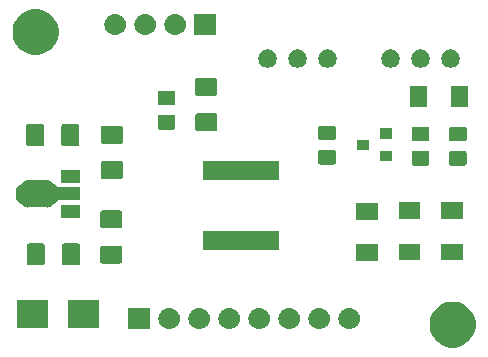
<source format=gbr>
%TF.GenerationSoftware,KiCad,Pcbnew,(5.1.4-0-10_14)*%
%TF.CreationDate,2019-08-17T10:21:19+03:00*%
%TF.ProjectId,Cooler_routed,436f6f6c-6572-45f7-926f-757465642e6b,rev?*%
%TF.SameCoordinates,Original*%
%TF.FileFunction,Soldermask,Bot*%
%TF.FilePolarity,Negative*%
%FSLAX46Y46*%
G04 Gerber Fmt 4.6, Leading zero omitted, Abs format (unit mm)*
G04 Created by KiCad (PCBNEW (5.1.4-0-10_14)) date 2019-08-17 10:21:19*
%MOMM*%
%LPD*%
G04 APERTURE LIST*
%ADD10C,0.150000*%
G04 APERTURE END LIST*
D10*
G36*
X229042085Y-109756975D02*
G01*
X229397143Y-109904045D01*
X229397145Y-109904046D01*
X229716690Y-110117559D01*
X229988441Y-110389310D01*
X230201954Y-110708855D01*
X230201955Y-110708857D01*
X230349025Y-111063915D01*
X230424000Y-111440842D01*
X230424000Y-111825158D01*
X230349025Y-112202085D01*
X230201955Y-112557143D01*
X230201954Y-112557145D01*
X229988441Y-112876690D01*
X229716690Y-113148441D01*
X229397145Y-113361954D01*
X229397144Y-113361955D01*
X229397143Y-113361955D01*
X229042085Y-113509025D01*
X228665158Y-113584000D01*
X228280842Y-113584000D01*
X227903915Y-113509025D01*
X227548857Y-113361955D01*
X227548856Y-113361955D01*
X227548855Y-113361954D01*
X227229310Y-113148441D01*
X226957559Y-112876690D01*
X226744046Y-112557145D01*
X226744045Y-112557143D01*
X226596975Y-112202085D01*
X226522000Y-111825158D01*
X226522000Y-111440842D01*
X226596975Y-111063915D01*
X226744045Y-110708857D01*
X226744046Y-110708855D01*
X226957559Y-110389310D01*
X227229310Y-110117559D01*
X227548855Y-109904046D01*
X227548857Y-109904045D01*
X227903915Y-109756975D01*
X228280842Y-109682000D01*
X228665158Y-109682000D01*
X229042085Y-109756975D01*
X229042085Y-109756975D01*
G37*
G36*
X219820443Y-110230519D02*
G01*
X219886627Y-110237037D01*
X220056466Y-110288557D01*
X220212991Y-110372222D01*
X220233814Y-110389311D01*
X220350186Y-110484814D01*
X220433448Y-110586271D01*
X220462778Y-110622009D01*
X220546443Y-110778534D01*
X220597963Y-110948373D01*
X220615359Y-111125000D01*
X220597963Y-111301627D01*
X220546443Y-111471466D01*
X220462778Y-111627991D01*
X220433448Y-111663729D01*
X220350186Y-111765186D01*
X220248729Y-111848448D01*
X220212991Y-111877778D01*
X220212989Y-111877779D01*
X220087229Y-111945000D01*
X220056466Y-111961443D01*
X219886627Y-112012963D01*
X219820442Y-112019482D01*
X219754260Y-112026000D01*
X219665740Y-112026000D01*
X219599558Y-112019482D01*
X219533373Y-112012963D01*
X219363534Y-111961443D01*
X219332772Y-111945000D01*
X219207011Y-111877779D01*
X219207009Y-111877778D01*
X219171271Y-111848448D01*
X219069814Y-111765186D01*
X218986552Y-111663729D01*
X218957222Y-111627991D01*
X218873557Y-111471466D01*
X218822037Y-111301627D01*
X218804641Y-111125000D01*
X218822037Y-110948373D01*
X218873557Y-110778534D01*
X218957222Y-110622009D01*
X218986552Y-110586271D01*
X219069814Y-110484814D01*
X219186186Y-110389311D01*
X219207009Y-110372222D01*
X219363534Y-110288557D01*
X219533373Y-110237037D01*
X219599557Y-110230519D01*
X219665740Y-110224000D01*
X219754260Y-110224000D01*
X219820443Y-110230519D01*
X219820443Y-110230519D01*
G37*
G36*
X217280443Y-110230519D02*
G01*
X217346627Y-110237037D01*
X217516466Y-110288557D01*
X217672991Y-110372222D01*
X217693814Y-110389311D01*
X217810186Y-110484814D01*
X217893448Y-110586271D01*
X217922778Y-110622009D01*
X218006443Y-110778534D01*
X218057963Y-110948373D01*
X218075359Y-111125000D01*
X218057963Y-111301627D01*
X218006443Y-111471466D01*
X217922778Y-111627991D01*
X217893448Y-111663729D01*
X217810186Y-111765186D01*
X217708729Y-111848448D01*
X217672991Y-111877778D01*
X217672989Y-111877779D01*
X217547229Y-111945000D01*
X217516466Y-111961443D01*
X217346627Y-112012963D01*
X217280442Y-112019482D01*
X217214260Y-112026000D01*
X217125740Y-112026000D01*
X217059558Y-112019482D01*
X216993373Y-112012963D01*
X216823534Y-111961443D01*
X216792772Y-111945000D01*
X216667011Y-111877779D01*
X216667009Y-111877778D01*
X216631271Y-111848448D01*
X216529814Y-111765186D01*
X216446552Y-111663729D01*
X216417222Y-111627991D01*
X216333557Y-111471466D01*
X216282037Y-111301627D01*
X216264641Y-111125000D01*
X216282037Y-110948373D01*
X216333557Y-110778534D01*
X216417222Y-110622009D01*
X216446552Y-110586271D01*
X216529814Y-110484814D01*
X216646186Y-110389311D01*
X216667009Y-110372222D01*
X216823534Y-110288557D01*
X216993373Y-110237037D01*
X217059557Y-110230519D01*
X217125740Y-110224000D01*
X217214260Y-110224000D01*
X217280443Y-110230519D01*
X217280443Y-110230519D01*
G37*
G36*
X214740443Y-110230519D02*
G01*
X214806627Y-110237037D01*
X214976466Y-110288557D01*
X215132991Y-110372222D01*
X215153814Y-110389311D01*
X215270186Y-110484814D01*
X215353448Y-110586271D01*
X215382778Y-110622009D01*
X215466443Y-110778534D01*
X215517963Y-110948373D01*
X215535359Y-111125000D01*
X215517963Y-111301627D01*
X215466443Y-111471466D01*
X215382778Y-111627991D01*
X215353448Y-111663729D01*
X215270186Y-111765186D01*
X215168729Y-111848448D01*
X215132991Y-111877778D01*
X215132989Y-111877779D01*
X215007229Y-111945000D01*
X214976466Y-111961443D01*
X214806627Y-112012963D01*
X214740442Y-112019482D01*
X214674260Y-112026000D01*
X214585740Y-112026000D01*
X214519558Y-112019482D01*
X214453373Y-112012963D01*
X214283534Y-111961443D01*
X214252772Y-111945000D01*
X214127011Y-111877779D01*
X214127009Y-111877778D01*
X214091271Y-111848448D01*
X213989814Y-111765186D01*
X213906552Y-111663729D01*
X213877222Y-111627991D01*
X213793557Y-111471466D01*
X213742037Y-111301627D01*
X213724641Y-111125000D01*
X213742037Y-110948373D01*
X213793557Y-110778534D01*
X213877222Y-110622009D01*
X213906552Y-110586271D01*
X213989814Y-110484814D01*
X214106186Y-110389311D01*
X214127009Y-110372222D01*
X214283534Y-110288557D01*
X214453373Y-110237037D01*
X214519557Y-110230519D01*
X214585740Y-110224000D01*
X214674260Y-110224000D01*
X214740443Y-110230519D01*
X214740443Y-110230519D01*
G37*
G36*
X212200443Y-110230519D02*
G01*
X212266627Y-110237037D01*
X212436466Y-110288557D01*
X212592991Y-110372222D01*
X212613814Y-110389311D01*
X212730186Y-110484814D01*
X212813448Y-110586271D01*
X212842778Y-110622009D01*
X212926443Y-110778534D01*
X212977963Y-110948373D01*
X212995359Y-111125000D01*
X212977963Y-111301627D01*
X212926443Y-111471466D01*
X212842778Y-111627991D01*
X212813448Y-111663729D01*
X212730186Y-111765186D01*
X212628729Y-111848448D01*
X212592991Y-111877778D01*
X212592989Y-111877779D01*
X212467229Y-111945000D01*
X212436466Y-111961443D01*
X212266627Y-112012963D01*
X212200442Y-112019482D01*
X212134260Y-112026000D01*
X212045740Y-112026000D01*
X211979558Y-112019482D01*
X211913373Y-112012963D01*
X211743534Y-111961443D01*
X211712772Y-111945000D01*
X211587011Y-111877779D01*
X211587009Y-111877778D01*
X211551271Y-111848448D01*
X211449814Y-111765186D01*
X211366552Y-111663729D01*
X211337222Y-111627991D01*
X211253557Y-111471466D01*
X211202037Y-111301627D01*
X211184641Y-111125000D01*
X211202037Y-110948373D01*
X211253557Y-110778534D01*
X211337222Y-110622009D01*
X211366552Y-110586271D01*
X211449814Y-110484814D01*
X211566186Y-110389311D01*
X211587009Y-110372222D01*
X211743534Y-110288557D01*
X211913373Y-110237037D01*
X211979557Y-110230519D01*
X212045740Y-110224000D01*
X212134260Y-110224000D01*
X212200443Y-110230519D01*
X212200443Y-110230519D01*
G37*
G36*
X209660443Y-110230519D02*
G01*
X209726627Y-110237037D01*
X209896466Y-110288557D01*
X210052991Y-110372222D01*
X210073814Y-110389311D01*
X210190186Y-110484814D01*
X210273448Y-110586271D01*
X210302778Y-110622009D01*
X210386443Y-110778534D01*
X210437963Y-110948373D01*
X210455359Y-111125000D01*
X210437963Y-111301627D01*
X210386443Y-111471466D01*
X210302778Y-111627991D01*
X210273448Y-111663729D01*
X210190186Y-111765186D01*
X210088729Y-111848448D01*
X210052991Y-111877778D01*
X210052989Y-111877779D01*
X209927229Y-111945000D01*
X209896466Y-111961443D01*
X209726627Y-112012963D01*
X209660442Y-112019482D01*
X209594260Y-112026000D01*
X209505740Y-112026000D01*
X209439558Y-112019482D01*
X209373373Y-112012963D01*
X209203534Y-111961443D01*
X209172772Y-111945000D01*
X209047011Y-111877779D01*
X209047009Y-111877778D01*
X209011271Y-111848448D01*
X208909814Y-111765186D01*
X208826552Y-111663729D01*
X208797222Y-111627991D01*
X208713557Y-111471466D01*
X208662037Y-111301627D01*
X208644641Y-111125000D01*
X208662037Y-110948373D01*
X208713557Y-110778534D01*
X208797222Y-110622009D01*
X208826552Y-110586271D01*
X208909814Y-110484814D01*
X209026186Y-110389311D01*
X209047009Y-110372222D01*
X209203534Y-110288557D01*
X209373373Y-110237037D01*
X209439557Y-110230519D01*
X209505740Y-110224000D01*
X209594260Y-110224000D01*
X209660443Y-110230519D01*
X209660443Y-110230519D01*
G37*
G36*
X207120443Y-110230519D02*
G01*
X207186627Y-110237037D01*
X207356466Y-110288557D01*
X207512991Y-110372222D01*
X207533814Y-110389311D01*
X207650186Y-110484814D01*
X207733448Y-110586271D01*
X207762778Y-110622009D01*
X207846443Y-110778534D01*
X207897963Y-110948373D01*
X207915359Y-111125000D01*
X207897963Y-111301627D01*
X207846443Y-111471466D01*
X207762778Y-111627991D01*
X207733448Y-111663729D01*
X207650186Y-111765186D01*
X207548729Y-111848448D01*
X207512991Y-111877778D01*
X207512989Y-111877779D01*
X207387229Y-111945000D01*
X207356466Y-111961443D01*
X207186627Y-112012963D01*
X207120442Y-112019482D01*
X207054260Y-112026000D01*
X206965740Y-112026000D01*
X206899558Y-112019482D01*
X206833373Y-112012963D01*
X206663534Y-111961443D01*
X206632772Y-111945000D01*
X206507011Y-111877779D01*
X206507009Y-111877778D01*
X206471271Y-111848448D01*
X206369814Y-111765186D01*
X206286552Y-111663729D01*
X206257222Y-111627991D01*
X206173557Y-111471466D01*
X206122037Y-111301627D01*
X206104641Y-111125000D01*
X206122037Y-110948373D01*
X206173557Y-110778534D01*
X206257222Y-110622009D01*
X206286552Y-110586271D01*
X206369814Y-110484814D01*
X206486186Y-110389311D01*
X206507009Y-110372222D01*
X206663534Y-110288557D01*
X206833373Y-110237037D01*
X206899557Y-110230519D01*
X206965740Y-110224000D01*
X207054260Y-110224000D01*
X207120443Y-110230519D01*
X207120443Y-110230519D01*
G37*
G36*
X204580443Y-110230519D02*
G01*
X204646627Y-110237037D01*
X204816466Y-110288557D01*
X204972991Y-110372222D01*
X204993814Y-110389311D01*
X205110186Y-110484814D01*
X205193448Y-110586271D01*
X205222778Y-110622009D01*
X205306443Y-110778534D01*
X205357963Y-110948373D01*
X205375359Y-111125000D01*
X205357963Y-111301627D01*
X205306443Y-111471466D01*
X205222778Y-111627991D01*
X205193448Y-111663729D01*
X205110186Y-111765186D01*
X205008729Y-111848448D01*
X204972991Y-111877778D01*
X204972989Y-111877779D01*
X204847229Y-111945000D01*
X204816466Y-111961443D01*
X204646627Y-112012963D01*
X204580442Y-112019482D01*
X204514260Y-112026000D01*
X204425740Y-112026000D01*
X204359558Y-112019482D01*
X204293373Y-112012963D01*
X204123534Y-111961443D01*
X204092772Y-111945000D01*
X203967011Y-111877779D01*
X203967009Y-111877778D01*
X203931271Y-111848448D01*
X203829814Y-111765186D01*
X203746552Y-111663729D01*
X203717222Y-111627991D01*
X203633557Y-111471466D01*
X203582037Y-111301627D01*
X203564641Y-111125000D01*
X203582037Y-110948373D01*
X203633557Y-110778534D01*
X203717222Y-110622009D01*
X203746552Y-110586271D01*
X203829814Y-110484814D01*
X203946186Y-110389311D01*
X203967009Y-110372222D01*
X204123534Y-110288557D01*
X204293373Y-110237037D01*
X204359557Y-110230519D01*
X204425740Y-110224000D01*
X204514260Y-110224000D01*
X204580443Y-110230519D01*
X204580443Y-110230519D01*
G37*
G36*
X202831000Y-112026000D02*
G01*
X201029000Y-112026000D01*
X201029000Y-110224000D01*
X202831000Y-110224000D01*
X202831000Y-112026000D01*
X202831000Y-112026000D01*
G37*
G36*
X198523000Y-111945000D02*
G01*
X195921000Y-111945000D01*
X195921000Y-109543000D01*
X198523000Y-109543000D01*
X198523000Y-111945000D01*
X198523000Y-111945000D01*
G37*
G36*
X194223000Y-111945000D02*
G01*
X191621000Y-111945000D01*
X191621000Y-109543000D01*
X194223000Y-109543000D01*
X194223000Y-111945000D01*
X194223000Y-111945000D01*
G37*
G36*
X196777562Y-104767181D02*
G01*
X196812481Y-104777774D01*
X196844663Y-104794976D01*
X196872873Y-104818127D01*
X196896024Y-104846337D01*
X196913226Y-104878519D01*
X196923819Y-104913438D01*
X196928000Y-104955895D01*
X196928000Y-106422105D01*
X196923819Y-106464562D01*
X196913226Y-106499481D01*
X196896024Y-106531663D01*
X196872873Y-106559873D01*
X196844663Y-106583024D01*
X196812481Y-106600226D01*
X196777562Y-106610819D01*
X196735105Y-106615000D01*
X195593895Y-106615000D01*
X195551438Y-106610819D01*
X195516519Y-106600226D01*
X195484337Y-106583024D01*
X195456127Y-106559873D01*
X195432976Y-106531663D01*
X195415774Y-106499481D01*
X195405181Y-106464562D01*
X195401000Y-106422105D01*
X195401000Y-104955895D01*
X195405181Y-104913438D01*
X195415774Y-104878519D01*
X195432976Y-104846337D01*
X195456127Y-104818127D01*
X195484337Y-104794976D01*
X195516519Y-104777774D01*
X195551438Y-104767181D01*
X195593895Y-104763000D01*
X196735105Y-104763000D01*
X196777562Y-104767181D01*
X196777562Y-104767181D01*
G37*
G36*
X193802562Y-104767181D02*
G01*
X193837481Y-104777774D01*
X193869663Y-104794976D01*
X193897873Y-104818127D01*
X193921024Y-104846337D01*
X193938226Y-104878519D01*
X193948819Y-104913438D01*
X193953000Y-104955895D01*
X193953000Y-106422105D01*
X193948819Y-106464562D01*
X193938226Y-106499481D01*
X193921024Y-106531663D01*
X193897873Y-106559873D01*
X193869663Y-106583024D01*
X193837481Y-106600226D01*
X193802562Y-106610819D01*
X193760105Y-106615000D01*
X192618895Y-106615000D01*
X192576438Y-106610819D01*
X192541519Y-106600226D01*
X192509337Y-106583024D01*
X192481127Y-106559873D01*
X192457976Y-106531663D01*
X192440774Y-106499481D01*
X192430181Y-106464562D01*
X192426000Y-106422105D01*
X192426000Y-104955895D01*
X192430181Y-104913438D01*
X192440774Y-104878519D01*
X192457976Y-104846337D01*
X192481127Y-104818127D01*
X192509337Y-104794976D01*
X192541519Y-104777774D01*
X192576438Y-104767181D01*
X192618895Y-104763000D01*
X193760105Y-104763000D01*
X193802562Y-104767181D01*
X193802562Y-104767181D01*
G37*
G36*
X200343562Y-104944181D02*
G01*
X200378481Y-104954774D01*
X200410663Y-104971976D01*
X200438873Y-104995127D01*
X200462024Y-105023337D01*
X200479226Y-105055519D01*
X200489819Y-105090438D01*
X200494000Y-105132895D01*
X200494000Y-106274105D01*
X200489819Y-106316562D01*
X200479226Y-106351481D01*
X200462024Y-106383663D01*
X200438873Y-106411873D01*
X200410663Y-106435024D01*
X200378481Y-106452226D01*
X200343562Y-106462819D01*
X200301105Y-106467000D01*
X198834895Y-106467000D01*
X198792438Y-106462819D01*
X198757519Y-106452226D01*
X198725337Y-106435024D01*
X198697127Y-106411873D01*
X198673976Y-106383663D01*
X198656774Y-106351481D01*
X198646181Y-106316562D01*
X198642000Y-106274105D01*
X198642000Y-105132895D01*
X198646181Y-105090438D01*
X198656774Y-105055519D01*
X198673976Y-105023337D01*
X198697127Y-104995127D01*
X198725337Y-104971976D01*
X198757519Y-104954774D01*
X198792438Y-104944181D01*
X198834895Y-104940000D01*
X200301105Y-104940000D01*
X200343562Y-104944181D01*
X200343562Y-104944181D01*
G37*
G36*
X222135000Y-106245000D02*
G01*
X220333000Y-106245000D01*
X220333000Y-104843000D01*
X222135000Y-104843000D01*
X222135000Y-106245000D01*
X222135000Y-106245000D01*
G37*
G36*
X225755000Y-106187000D02*
G01*
X223953000Y-106187000D01*
X223953000Y-104785000D01*
X225755000Y-104785000D01*
X225755000Y-106187000D01*
X225755000Y-106187000D01*
G37*
G36*
X229336000Y-106185000D02*
G01*
X227534000Y-106185000D01*
X227534000Y-104783000D01*
X229336000Y-104783000D01*
X229336000Y-106185000D01*
X229336000Y-106185000D01*
G37*
G36*
X213767000Y-105279000D02*
G01*
X207365000Y-105279000D01*
X207365000Y-103727000D01*
X213767000Y-103727000D01*
X213767000Y-105279000D01*
X213767000Y-105279000D01*
G37*
G36*
X200343562Y-101969181D02*
G01*
X200378481Y-101979774D01*
X200410663Y-101996976D01*
X200438873Y-102020127D01*
X200462024Y-102048337D01*
X200479226Y-102080519D01*
X200489819Y-102115438D01*
X200494000Y-102157895D01*
X200494000Y-103299105D01*
X200489819Y-103341562D01*
X200479226Y-103376481D01*
X200462024Y-103408663D01*
X200438873Y-103436873D01*
X200410663Y-103460024D01*
X200378481Y-103477226D01*
X200343562Y-103487819D01*
X200301105Y-103492000D01*
X198834895Y-103492000D01*
X198792438Y-103487819D01*
X198757519Y-103477226D01*
X198725337Y-103460024D01*
X198697127Y-103436873D01*
X198673976Y-103408663D01*
X198656774Y-103376481D01*
X198646181Y-103341562D01*
X198642000Y-103299105D01*
X198642000Y-102157895D01*
X198646181Y-102115438D01*
X198656774Y-102080519D01*
X198673976Y-102048337D01*
X198697127Y-102020127D01*
X198725337Y-101996976D01*
X198757519Y-101979774D01*
X198792438Y-101969181D01*
X198834895Y-101965000D01*
X200301105Y-101965000D01*
X200343562Y-101969181D01*
X200343562Y-101969181D01*
G37*
G36*
X222135000Y-102745000D02*
G01*
X220333000Y-102745000D01*
X220333000Y-101343000D01*
X222135000Y-101343000D01*
X222135000Y-102745000D01*
X222135000Y-102745000D01*
G37*
G36*
X225755000Y-102687000D02*
G01*
X223953000Y-102687000D01*
X223953000Y-101285000D01*
X225755000Y-101285000D01*
X225755000Y-102687000D01*
X225755000Y-102687000D01*
G37*
G36*
X229336000Y-102685000D02*
G01*
X227534000Y-102685000D01*
X227534000Y-101283000D01*
X229336000Y-101283000D01*
X229336000Y-102685000D01*
X229336000Y-102685000D01*
G37*
G36*
X196947000Y-102610000D02*
G01*
X195345000Y-102610000D01*
X195345000Y-101508000D01*
X196947000Y-101508000D01*
X196947000Y-102610000D01*
X196947000Y-102610000D01*
G37*
G36*
X192496066Y-99352447D02*
G01*
X192511611Y-99371389D01*
X192530553Y-99386934D01*
X192552164Y-99398485D01*
X192575613Y-99405598D01*
X192599999Y-99408000D01*
X194066201Y-99408000D01*
X194090587Y-99405598D01*
X194114036Y-99398485D01*
X194135647Y-99386934D01*
X194154589Y-99371389D01*
X194170134Y-99352447D01*
X194172525Y-99347974D01*
X194225996Y-99385404D01*
X194247351Y-99397421D01*
X194270640Y-99405041D01*
X194297678Y-99408000D01*
X194308644Y-99408000D01*
X194313015Y-99422410D01*
X194324566Y-99444021D01*
X194340111Y-99462963D01*
X194356817Y-99476978D01*
X195083140Y-99985404D01*
X195104495Y-99997421D01*
X195127784Y-100005041D01*
X195154822Y-100008000D01*
X196950500Y-100008000D01*
X196950500Y-101110000D01*
X195154822Y-101110000D01*
X195130436Y-101112402D01*
X195106987Y-101119515D01*
X195083140Y-101132596D01*
X194356817Y-101641022D01*
X194338216Y-101656974D01*
X194323085Y-101676248D01*
X194312005Y-101698104D01*
X194308676Y-101710000D01*
X194297678Y-101710000D01*
X194273292Y-101712402D01*
X194249843Y-101719515D01*
X194225996Y-101732596D01*
X194172525Y-101770026D01*
X194170134Y-101765553D01*
X194154589Y-101746611D01*
X194135647Y-101731066D01*
X194114036Y-101719515D01*
X194090587Y-101712402D01*
X194066201Y-101710000D01*
X192599999Y-101710000D01*
X192575613Y-101712402D01*
X192552164Y-101719515D01*
X192530553Y-101731066D01*
X192511611Y-101746611D01*
X192496066Y-101765553D01*
X192493449Y-101770450D01*
X192440224Y-101732879D01*
X192418916Y-101720778D01*
X192395657Y-101713067D01*
X192368139Y-101710000D01*
X192356765Y-101710000D01*
X192351985Y-101694243D01*
X192340434Y-101672632D01*
X192324889Y-101653690D01*
X192308586Y-101639958D01*
X191523000Y-101085426D01*
X191523000Y-100032574D01*
X192308586Y-99478042D01*
X192327123Y-99462017D01*
X192342178Y-99442683D01*
X192353172Y-99420784D01*
X192356695Y-99408000D01*
X192368139Y-99408000D01*
X192392525Y-99405598D01*
X192415974Y-99398485D01*
X192440224Y-99385121D01*
X192493449Y-99347550D01*
X192496066Y-99352447D01*
X192496066Y-99352447D01*
G37*
G36*
X196947000Y-99610000D02*
G01*
X195345000Y-99610000D01*
X195345000Y-98508000D01*
X196947000Y-98508000D01*
X196947000Y-99610000D01*
X196947000Y-99610000D01*
G37*
G36*
X213767000Y-99379000D02*
G01*
X207365000Y-99379000D01*
X207365000Y-97827000D01*
X213767000Y-97827000D01*
X213767000Y-99379000D01*
X213767000Y-99379000D01*
G37*
G36*
X200394562Y-97781581D02*
G01*
X200429481Y-97792174D01*
X200461663Y-97809376D01*
X200489873Y-97832527D01*
X200513024Y-97860737D01*
X200530226Y-97892919D01*
X200540819Y-97927838D01*
X200545000Y-97970295D01*
X200545000Y-99111505D01*
X200540819Y-99153962D01*
X200530226Y-99188881D01*
X200513024Y-99221063D01*
X200489873Y-99249273D01*
X200461663Y-99272424D01*
X200429481Y-99289626D01*
X200394562Y-99300219D01*
X200352105Y-99304400D01*
X198885895Y-99304400D01*
X198843438Y-99300219D01*
X198808519Y-99289626D01*
X198776337Y-99272424D01*
X198748127Y-99249273D01*
X198724976Y-99221063D01*
X198707774Y-99188881D01*
X198697181Y-99153962D01*
X198693000Y-99111505D01*
X198693000Y-97970295D01*
X198697181Y-97927838D01*
X198707774Y-97892919D01*
X198724976Y-97860737D01*
X198748127Y-97832527D01*
X198776337Y-97809376D01*
X198808519Y-97792174D01*
X198843438Y-97781581D01*
X198885895Y-97777400D01*
X200352105Y-97777400D01*
X200394562Y-97781581D01*
X200394562Y-97781581D01*
G37*
G36*
X226356674Y-96923465D02*
G01*
X226394367Y-96934899D01*
X226429103Y-96953466D01*
X226459548Y-96978452D01*
X226484534Y-97008897D01*
X226503101Y-97043633D01*
X226514535Y-97081326D01*
X226519000Y-97126661D01*
X226519000Y-97963339D01*
X226514535Y-98008674D01*
X226503101Y-98046367D01*
X226484534Y-98081103D01*
X226459548Y-98111548D01*
X226429103Y-98136534D01*
X226394367Y-98155101D01*
X226356674Y-98166535D01*
X226311339Y-98171000D01*
X225224661Y-98171000D01*
X225179326Y-98166535D01*
X225141633Y-98155101D01*
X225106897Y-98136534D01*
X225076452Y-98111548D01*
X225051466Y-98081103D01*
X225032899Y-98046367D01*
X225021465Y-98008674D01*
X225017000Y-97963339D01*
X225017000Y-97126661D01*
X225021465Y-97081326D01*
X225032899Y-97043633D01*
X225051466Y-97008897D01*
X225076452Y-96978452D01*
X225106897Y-96953466D01*
X225141633Y-96934899D01*
X225179326Y-96923465D01*
X225224661Y-96919000D01*
X226311339Y-96919000D01*
X226356674Y-96923465D01*
X226356674Y-96923465D01*
G37*
G36*
X229506674Y-96923465D02*
G01*
X229544367Y-96934899D01*
X229579103Y-96953466D01*
X229609548Y-96978452D01*
X229634534Y-97008897D01*
X229653101Y-97043633D01*
X229664535Y-97081326D01*
X229669000Y-97126661D01*
X229669000Y-97963339D01*
X229664535Y-98008674D01*
X229653101Y-98046367D01*
X229634534Y-98081103D01*
X229609548Y-98111548D01*
X229579103Y-98136534D01*
X229544367Y-98155101D01*
X229506674Y-98166535D01*
X229461339Y-98171000D01*
X228374661Y-98171000D01*
X228329326Y-98166535D01*
X228291633Y-98155101D01*
X228256897Y-98136534D01*
X228226452Y-98111548D01*
X228201466Y-98081103D01*
X228182899Y-98046367D01*
X228171465Y-98008674D01*
X228167000Y-97963339D01*
X228167000Y-97126661D01*
X228171465Y-97081326D01*
X228182899Y-97043633D01*
X228201466Y-97008897D01*
X228226452Y-96978452D01*
X228256897Y-96953466D01*
X228291633Y-96934899D01*
X228329326Y-96923465D01*
X228374661Y-96919000D01*
X229461339Y-96919000D01*
X229506674Y-96923465D01*
X229506674Y-96923465D01*
G37*
G36*
X218431674Y-96847265D02*
G01*
X218469367Y-96858699D01*
X218504103Y-96877266D01*
X218534548Y-96902252D01*
X218559534Y-96932697D01*
X218578101Y-96967433D01*
X218589535Y-97005126D01*
X218594000Y-97050461D01*
X218594000Y-97887139D01*
X218589535Y-97932474D01*
X218578101Y-97970167D01*
X218559534Y-98004903D01*
X218534548Y-98035348D01*
X218504103Y-98060334D01*
X218469367Y-98078901D01*
X218431674Y-98090335D01*
X218386339Y-98094800D01*
X217299661Y-98094800D01*
X217254326Y-98090335D01*
X217216633Y-98078901D01*
X217181897Y-98060334D01*
X217151452Y-98035348D01*
X217126466Y-98004903D01*
X217107899Y-97970167D01*
X217096465Y-97932474D01*
X217092000Y-97887139D01*
X217092000Y-97050461D01*
X217096465Y-97005126D01*
X217107899Y-96967433D01*
X217126466Y-96932697D01*
X217151452Y-96902252D01*
X217181897Y-96877266D01*
X217216633Y-96858699D01*
X217254326Y-96847265D01*
X217299661Y-96842800D01*
X218386339Y-96842800D01*
X218431674Y-96847265D01*
X218431674Y-96847265D01*
G37*
G36*
X223357000Y-97819400D02*
G01*
X222355000Y-97819400D01*
X222355000Y-96917400D01*
X223357000Y-96917400D01*
X223357000Y-97819400D01*
X223357000Y-97819400D01*
G37*
G36*
X221357000Y-96869400D02*
G01*
X220355000Y-96869400D01*
X220355000Y-95967400D01*
X221357000Y-95967400D01*
X221357000Y-96869400D01*
X221357000Y-96869400D01*
G37*
G36*
X196726562Y-94658381D02*
G01*
X196761481Y-94668974D01*
X196793663Y-94686176D01*
X196821873Y-94709327D01*
X196845024Y-94737537D01*
X196862226Y-94769719D01*
X196872819Y-94804638D01*
X196877000Y-94847095D01*
X196877000Y-96313305D01*
X196872819Y-96355762D01*
X196862226Y-96390681D01*
X196845024Y-96422863D01*
X196821873Y-96451073D01*
X196793663Y-96474224D01*
X196761481Y-96491426D01*
X196726562Y-96502019D01*
X196684105Y-96506200D01*
X195542895Y-96506200D01*
X195500438Y-96502019D01*
X195465519Y-96491426D01*
X195433337Y-96474224D01*
X195405127Y-96451073D01*
X195381976Y-96422863D01*
X195364774Y-96390681D01*
X195354181Y-96355762D01*
X195350000Y-96313305D01*
X195350000Y-94847095D01*
X195354181Y-94804638D01*
X195364774Y-94769719D01*
X195381976Y-94737537D01*
X195405127Y-94709327D01*
X195433337Y-94686176D01*
X195465519Y-94668974D01*
X195500438Y-94658381D01*
X195542895Y-94654200D01*
X196684105Y-94654200D01*
X196726562Y-94658381D01*
X196726562Y-94658381D01*
G37*
G36*
X193751562Y-94658381D02*
G01*
X193786481Y-94668974D01*
X193818663Y-94686176D01*
X193846873Y-94709327D01*
X193870024Y-94737537D01*
X193887226Y-94769719D01*
X193897819Y-94804638D01*
X193902000Y-94847095D01*
X193902000Y-96313305D01*
X193897819Y-96355762D01*
X193887226Y-96390681D01*
X193870024Y-96422863D01*
X193846873Y-96451073D01*
X193818663Y-96474224D01*
X193786481Y-96491426D01*
X193751562Y-96502019D01*
X193709105Y-96506200D01*
X192567895Y-96506200D01*
X192525438Y-96502019D01*
X192490519Y-96491426D01*
X192458337Y-96474224D01*
X192430127Y-96451073D01*
X192406976Y-96422863D01*
X192389774Y-96390681D01*
X192379181Y-96355762D01*
X192375000Y-96313305D01*
X192375000Y-94847095D01*
X192379181Y-94804638D01*
X192389774Y-94769719D01*
X192406976Y-94737537D01*
X192430127Y-94709327D01*
X192458337Y-94686176D01*
X192490519Y-94668974D01*
X192525438Y-94658381D01*
X192567895Y-94654200D01*
X193709105Y-94654200D01*
X193751562Y-94658381D01*
X193751562Y-94658381D01*
G37*
G36*
X200394562Y-94806581D02*
G01*
X200429481Y-94817174D01*
X200461663Y-94834376D01*
X200489873Y-94857527D01*
X200513024Y-94885737D01*
X200530226Y-94917919D01*
X200540819Y-94952838D01*
X200545000Y-94995295D01*
X200545000Y-96136505D01*
X200540819Y-96178962D01*
X200530226Y-96213881D01*
X200513024Y-96246063D01*
X200489873Y-96274273D01*
X200461663Y-96297424D01*
X200429481Y-96314626D01*
X200394562Y-96325219D01*
X200352105Y-96329400D01*
X198885895Y-96329400D01*
X198843438Y-96325219D01*
X198808519Y-96314626D01*
X198776337Y-96297424D01*
X198748127Y-96274273D01*
X198724976Y-96246063D01*
X198707774Y-96213881D01*
X198697181Y-96178962D01*
X198693000Y-96136505D01*
X198693000Y-94995295D01*
X198697181Y-94952838D01*
X198707774Y-94917919D01*
X198724976Y-94885737D01*
X198748127Y-94857527D01*
X198776337Y-94834376D01*
X198808519Y-94817174D01*
X198843438Y-94806581D01*
X198885895Y-94802400D01*
X200352105Y-94802400D01*
X200394562Y-94806581D01*
X200394562Y-94806581D01*
G37*
G36*
X229506674Y-94873465D02*
G01*
X229544367Y-94884899D01*
X229579103Y-94903466D01*
X229609548Y-94928452D01*
X229634534Y-94958897D01*
X229653101Y-94993633D01*
X229664535Y-95031326D01*
X229669000Y-95076661D01*
X229669000Y-95913339D01*
X229664535Y-95958674D01*
X229653101Y-95996367D01*
X229634534Y-96031103D01*
X229609548Y-96061548D01*
X229579103Y-96086534D01*
X229544367Y-96105101D01*
X229506674Y-96116535D01*
X229461339Y-96121000D01*
X228374661Y-96121000D01*
X228329326Y-96116535D01*
X228291633Y-96105101D01*
X228256897Y-96086534D01*
X228226452Y-96061548D01*
X228201466Y-96031103D01*
X228182899Y-95996367D01*
X228171465Y-95958674D01*
X228167000Y-95913339D01*
X228167000Y-95076661D01*
X228171465Y-95031326D01*
X228182899Y-94993633D01*
X228201466Y-94958897D01*
X228226452Y-94928452D01*
X228256897Y-94903466D01*
X228291633Y-94884899D01*
X228329326Y-94873465D01*
X228374661Y-94869000D01*
X229461339Y-94869000D01*
X229506674Y-94873465D01*
X229506674Y-94873465D01*
G37*
G36*
X226356674Y-94873465D02*
G01*
X226394367Y-94884899D01*
X226429103Y-94903466D01*
X226459548Y-94928452D01*
X226484534Y-94958897D01*
X226503101Y-94993633D01*
X226514535Y-95031326D01*
X226519000Y-95076661D01*
X226519000Y-95913339D01*
X226514535Y-95958674D01*
X226503101Y-95996367D01*
X226484534Y-96031103D01*
X226459548Y-96061548D01*
X226429103Y-96086534D01*
X226394367Y-96105101D01*
X226356674Y-96116535D01*
X226311339Y-96121000D01*
X225224661Y-96121000D01*
X225179326Y-96116535D01*
X225141633Y-96105101D01*
X225106897Y-96086534D01*
X225076452Y-96061548D01*
X225051466Y-96031103D01*
X225032899Y-95996367D01*
X225021465Y-95958674D01*
X225017000Y-95913339D01*
X225017000Y-95076661D01*
X225021465Y-95031326D01*
X225032899Y-94993633D01*
X225051466Y-94958897D01*
X225076452Y-94928452D01*
X225106897Y-94903466D01*
X225141633Y-94884899D01*
X225179326Y-94873465D01*
X225224661Y-94869000D01*
X226311339Y-94869000D01*
X226356674Y-94873465D01*
X226356674Y-94873465D01*
G37*
G36*
X218431674Y-94797265D02*
G01*
X218469367Y-94808699D01*
X218504103Y-94827266D01*
X218534548Y-94852252D01*
X218559534Y-94882697D01*
X218578101Y-94917433D01*
X218589535Y-94955126D01*
X218594000Y-95000461D01*
X218594000Y-95837139D01*
X218589535Y-95882474D01*
X218578101Y-95920167D01*
X218559534Y-95954903D01*
X218534548Y-95985348D01*
X218504103Y-96010334D01*
X218469367Y-96028901D01*
X218431674Y-96040335D01*
X218386339Y-96044800D01*
X217299661Y-96044800D01*
X217254326Y-96040335D01*
X217216633Y-96028901D01*
X217181897Y-96010334D01*
X217151452Y-95985348D01*
X217126466Y-95954903D01*
X217107899Y-95920167D01*
X217096465Y-95882474D01*
X217092000Y-95837139D01*
X217092000Y-95000461D01*
X217096465Y-94955126D01*
X217107899Y-94917433D01*
X217126466Y-94882697D01*
X217151452Y-94852252D01*
X217181897Y-94827266D01*
X217216633Y-94808699D01*
X217254326Y-94797265D01*
X217299661Y-94792800D01*
X218386339Y-94792800D01*
X218431674Y-94797265D01*
X218431674Y-94797265D01*
G37*
G36*
X223357000Y-95919400D02*
G01*
X222355000Y-95919400D01*
X222355000Y-95017400D01*
X223357000Y-95017400D01*
X223357000Y-95919400D01*
X223357000Y-95919400D01*
G37*
G36*
X208382562Y-93742981D02*
G01*
X208417481Y-93753574D01*
X208449663Y-93770776D01*
X208477873Y-93793927D01*
X208501024Y-93822137D01*
X208518226Y-93854319D01*
X208528819Y-93889238D01*
X208533000Y-93931695D01*
X208533000Y-95072905D01*
X208528819Y-95115362D01*
X208518226Y-95150281D01*
X208501024Y-95182463D01*
X208477873Y-95210673D01*
X208449663Y-95233824D01*
X208417481Y-95251026D01*
X208382562Y-95261619D01*
X208340105Y-95265800D01*
X206873895Y-95265800D01*
X206831438Y-95261619D01*
X206796519Y-95251026D01*
X206764337Y-95233824D01*
X206736127Y-95210673D01*
X206712976Y-95182463D01*
X206695774Y-95150281D01*
X206685181Y-95115362D01*
X206681000Y-95072905D01*
X206681000Y-93931695D01*
X206685181Y-93889238D01*
X206695774Y-93854319D01*
X206712976Y-93822137D01*
X206736127Y-93793927D01*
X206764337Y-93770776D01*
X206796519Y-93753574D01*
X206831438Y-93742981D01*
X206873895Y-93738800D01*
X208340105Y-93738800D01*
X208382562Y-93742981D01*
X208382562Y-93742981D01*
G37*
G36*
X204842674Y-93875465D02*
G01*
X204880367Y-93886899D01*
X204915103Y-93905466D01*
X204945548Y-93930452D01*
X204970534Y-93960897D01*
X204989101Y-93995633D01*
X205000535Y-94033326D01*
X205005000Y-94078661D01*
X205005000Y-94915339D01*
X205000535Y-94960674D01*
X204989101Y-94998367D01*
X204970534Y-95033103D01*
X204945548Y-95063548D01*
X204915103Y-95088534D01*
X204880367Y-95107101D01*
X204842674Y-95118535D01*
X204797339Y-95123000D01*
X203710661Y-95123000D01*
X203665326Y-95118535D01*
X203627633Y-95107101D01*
X203592897Y-95088534D01*
X203562452Y-95063548D01*
X203537466Y-95033103D01*
X203518899Y-94998367D01*
X203507465Y-94960674D01*
X203503000Y-94915339D01*
X203503000Y-94078661D01*
X203507465Y-94033326D01*
X203518899Y-93995633D01*
X203537466Y-93960897D01*
X203562452Y-93930452D01*
X203592897Y-93905466D01*
X203627633Y-93886899D01*
X203665326Y-93875465D01*
X203710661Y-93871000D01*
X204797339Y-93871000D01*
X204842674Y-93875465D01*
X204842674Y-93875465D01*
G37*
G36*
X226281000Y-93230000D02*
G01*
X224879000Y-93230000D01*
X224879000Y-91428000D01*
X226281000Y-91428000D01*
X226281000Y-93230000D01*
X226281000Y-93230000D01*
G37*
G36*
X229781000Y-93230000D02*
G01*
X228379000Y-93230000D01*
X228379000Y-91428000D01*
X229781000Y-91428000D01*
X229781000Y-93230000D01*
X229781000Y-93230000D01*
G37*
G36*
X204842674Y-91825465D02*
G01*
X204880367Y-91836899D01*
X204915103Y-91855466D01*
X204945548Y-91880452D01*
X204970534Y-91910897D01*
X204989101Y-91945633D01*
X205000535Y-91983326D01*
X205005000Y-92028661D01*
X205005000Y-92865339D01*
X205000535Y-92910674D01*
X204989101Y-92948367D01*
X204970534Y-92983103D01*
X204945548Y-93013548D01*
X204915103Y-93038534D01*
X204880367Y-93057101D01*
X204842674Y-93068535D01*
X204797339Y-93073000D01*
X203710661Y-93073000D01*
X203665326Y-93068535D01*
X203627633Y-93057101D01*
X203592897Y-93038534D01*
X203562452Y-93013548D01*
X203537466Y-92983103D01*
X203518899Y-92948367D01*
X203507465Y-92910674D01*
X203503000Y-92865339D01*
X203503000Y-92028661D01*
X203507465Y-91983326D01*
X203518899Y-91945633D01*
X203537466Y-91910897D01*
X203562452Y-91880452D01*
X203592897Y-91855466D01*
X203627633Y-91836899D01*
X203665326Y-91825465D01*
X203710661Y-91821000D01*
X204797339Y-91821000D01*
X204842674Y-91825465D01*
X204842674Y-91825465D01*
G37*
G36*
X208382562Y-90767981D02*
G01*
X208417481Y-90778574D01*
X208449663Y-90795776D01*
X208477873Y-90818927D01*
X208501024Y-90847137D01*
X208518226Y-90879319D01*
X208528819Y-90914238D01*
X208533000Y-90956695D01*
X208533000Y-92097905D01*
X208528819Y-92140362D01*
X208518226Y-92175281D01*
X208501024Y-92207463D01*
X208477873Y-92235673D01*
X208449663Y-92258824D01*
X208417481Y-92276026D01*
X208382562Y-92286619D01*
X208340105Y-92290800D01*
X206873895Y-92290800D01*
X206831438Y-92286619D01*
X206796519Y-92276026D01*
X206764337Y-92258824D01*
X206736127Y-92235673D01*
X206712976Y-92207463D01*
X206695774Y-92175281D01*
X206685181Y-92140362D01*
X206681000Y-92097905D01*
X206681000Y-90956695D01*
X206685181Y-90914238D01*
X206695774Y-90879319D01*
X206712976Y-90847137D01*
X206736127Y-90818927D01*
X206764337Y-90795776D01*
X206796519Y-90778574D01*
X206831438Y-90767981D01*
X206873895Y-90763800D01*
X208340105Y-90763800D01*
X208382562Y-90767981D01*
X208382562Y-90767981D01*
G37*
G36*
X228420589Y-88342076D02*
G01*
X228519893Y-88361829D01*
X228660206Y-88419948D01*
X228786484Y-88504325D01*
X228893875Y-88611716D01*
X228978252Y-88737994D01*
X229036371Y-88878307D01*
X229066000Y-89027263D01*
X229066000Y-89179137D01*
X229036371Y-89328093D01*
X228978252Y-89468406D01*
X228893875Y-89594684D01*
X228786484Y-89702075D01*
X228660206Y-89786452D01*
X228519893Y-89844571D01*
X228420589Y-89864324D01*
X228370938Y-89874200D01*
X228219062Y-89874200D01*
X228169411Y-89864324D01*
X228070107Y-89844571D01*
X227929794Y-89786452D01*
X227803516Y-89702075D01*
X227696125Y-89594684D01*
X227611748Y-89468406D01*
X227553629Y-89328093D01*
X227524000Y-89179137D01*
X227524000Y-89027263D01*
X227553629Y-88878307D01*
X227611748Y-88737994D01*
X227696125Y-88611716D01*
X227803516Y-88504325D01*
X227929794Y-88419948D01*
X228070107Y-88361829D01*
X228169411Y-88342076D01*
X228219062Y-88332200D01*
X228370938Y-88332200D01*
X228420589Y-88342076D01*
X228420589Y-88342076D01*
G37*
G36*
X225880589Y-88342076D02*
G01*
X225979893Y-88361829D01*
X226120206Y-88419948D01*
X226246484Y-88504325D01*
X226353875Y-88611716D01*
X226438252Y-88737994D01*
X226496371Y-88878307D01*
X226526000Y-89027263D01*
X226526000Y-89179137D01*
X226496371Y-89328093D01*
X226438252Y-89468406D01*
X226353875Y-89594684D01*
X226246484Y-89702075D01*
X226120206Y-89786452D01*
X225979893Y-89844571D01*
X225880589Y-89864324D01*
X225830938Y-89874200D01*
X225679062Y-89874200D01*
X225629411Y-89864324D01*
X225530107Y-89844571D01*
X225389794Y-89786452D01*
X225263516Y-89702075D01*
X225156125Y-89594684D01*
X225071748Y-89468406D01*
X225013629Y-89328093D01*
X224984000Y-89179137D01*
X224984000Y-89027263D01*
X225013629Y-88878307D01*
X225071748Y-88737994D01*
X225156125Y-88611716D01*
X225263516Y-88504325D01*
X225389794Y-88419948D01*
X225530107Y-88361829D01*
X225629411Y-88342076D01*
X225679062Y-88332200D01*
X225830938Y-88332200D01*
X225880589Y-88342076D01*
X225880589Y-88342076D01*
G37*
G36*
X223340589Y-88342076D02*
G01*
X223439893Y-88361829D01*
X223580206Y-88419948D01*
X223706484Y-88504325D01*
X223813875Y-88611716D01*
X223898252Y-88737994D01*
X223956371Y-88878307D01*
X223986000Y-89027263D01*
X223986000Y-89179137D01*
X223956371Y-89328093D01*
X223898252Y-89468406D01*
X223813875Y-89594684D01*
X223706484Y-89702075D01*
X223580206Y-89786452D01*
X223439893Y-89844571D01*
X223340589Y-89864324D01*
X223290938Y-89874200D01*
X223139062Y-89874200D01*
X223089411Y-89864324D01*
X222990107Y-89844571D01*
X222849794Y-89786452D01*
X222723516Y-89702075D01*
X222616125Y-89594684D01*
X222531748Y-89468406D01*
X222473629Y-89328093D01*
X222444000Y-89179137D01*
X222444000Y-89027263D01*
X222473629Y-88878307D01*
X222531748Y-88737994D01*
X222616125Y-88611716D01*
X222723516Y-88504325D01*
X222849794Y-88419948D01*
X222990107Y-88361829D01*
X223089411Y-88342076D01*
X223139062Y-88332200D01*
X223290938Y-88332200D01*
X223340589Y-88342076D01*
X223340589Y-88342076D01*
G37*
G36*
X218006589Y-88342076D02*
G01*
X218105893Y-88361829D01*
X218246206Y-88419948D01*
X218372484Y-88504325D01*
X218479875Y-88611716D01*
X218564252Y-88737994D01*
X218622371Y-88878307D01*
X218652000Y-89027263D01*
X218652000Y-89179137D01*
X218622371Y-89328093D01*
X218564252Y-89468406D01*
X218479875Y-89594684D01*
X218372484Y-89702075D01*
X218246206Y-89786452D01*
X218105893Y-89844571D01*
X218006589Y-89864324D01*
X217956938Y-89874200D01*
X217805062Y-89874200D01*
X217755411Y-89864324D01*
X217656107Y-89844571D01*
X217515794Y-89786452D01*
X217389516Y-89702075D01*
X217282125Y-89594684D01*
X217197748Y-89468406D01*
X217139629Y-89328093D01*
X217110000Y-89179137D01*
X217110000Y-89027263D01*
X217139629Y-88878307D01*
X217197748Y-88737994D01*
X217282125Y-88611716D01*
X217389516Y-88504325D01*
X217515794Y-88419948D01*
X217656107Y-88361829D01*
X217755411Y-88342076D01*
X217805062Y-88332200D01*
X217956938Y-88332200D01*
X218006589Y-88342076D01*
X218006589Y-88342076D01*
G37*
G36*
X215466589Y-88342076D02*
G01*
X215565893Y-88361829D01*
X215706206Y-88419948D01*
X215832484Y-88504325D01*
X215939875Y-88611716D01*
X216024252Y-88737994D01*
X216082371Y-88878307D01*
X216112000Y-89027263D01*
X216112000Y-89179137D01*
X216082371Y-89328093D01*
X216024252Y-89468406D01*
X215939875Y-89594684D01*
X215832484Y-89702075D01*
X215706206Y-89786452D01*
X215565893Y-89844571D01*
X215466589Y-89864324D01*
X215416938Y-89874200D01*
X215265062Y-89874200D01*
X215215411Y-89864324D01*
X215116107Y-89844571D01*
X214975794Y-89786452D01*
X214849516Y-89702075D01*
X214742125Y-89594684D01*
X214657748Y-89468406D01*
X214599629Y-89328093D01*
X214570000Y-89179137D01*
X214570000Y-89027263D01*
X214599629Y-88878307D01*
X214657748Y-88737994D01*
X214742125Y-88611716D01*
X214849516Y-88504325D01*
X214975794Y-88419948D01*
X215116107Y-88361829D01*
X215215411Y-88342076D01*
X215265062Y-88332200D01*
X215416938Y-88332200D01*
X215466589Y-88342076D01*
X215466589Y-88342076D01*
G37*
G36*
X212926589Y-88342076D02*
G01*
X213025893Y-88361829D01*
X213166206Y-88419948D01*
X213292484Y-88504325D01*
X213399875Y-88611716D01*
X213484252Y-88737994D01*
X213542371Y-88878307D01*
X213572000Y-89027263D01*
X213572000Y-89179137D01*
X213542371Y-89328093D01*
X213484252Y-89468406D01*
X213399875Y-89594684D01*
X213292484Y-89702075D01*
X213166206Y-89786452D01*
X213025893Y-89844571D01*
X212926589Y-89864324D01*
X212876938Y-89874200D01*
X212725062Y-89874200D01*
X212675411Y-89864324D01*
X212576107Y-89844571D01*
X212435794Y-89786452D01*
X212309516Y-89702075D01*
X212202125Y-89594684D01*
X212117748Y-89468406D01*
X212059629Y-89328093D01*
X212030000Y-89179137D01*
X212030000Y-89027263D01*
X212059629Y-88878307D01*
X212117748Y-88737994D01*
X212202125Y-88611716D01*
X212309516Y-88504325D01*
X212435794Y-88419948D01*
X212576107Y-88361829D01*
X212675411Y-88342076D01*
X212725062Y-88332200D01*
X212876938Y-88332200D01*
X212926589Y-88342076D01*
X212926589Y-88342076D01*
G37*
G36*
X193736085Y-84991975D02*
G01*
X194091143Y-85139045D01*
X194091145Y-85139046D01*
X194410690Y-85352559D01*
X194682441Y-85624310D01*
X194753068Y-85730011D01*
X194895955Y-85943857D01*
X195043025Y-86298915D01*
X195118000Y-86675842D01*
X195118000Y-87060158D01*
X195043025Y-87437085D01*
X194895955Y-87792143D01*
X194895954Y-87792145D01*
X194682441Y-88111690D01*
X194410690Y-88383441D01*
X194091145Y-88596954D01*
X194091144Y-88596955D01*
X194091143Y-88596955D01*
X193736085Y-88744025D01*
X193359158Y-88819000D01*
X192974842Y-88819000D01*
X192597915Y-88744025D01*
X192242857Y-88596955D01*
X192242856Y-88596955D01*
X192242855Y-88596954D01*
X191923310Y-88383441D01*
X191651559Y-88111690D01*
X191438046Y-87792145D01*
X191438045Y-87792143D01*
X191290975Y-87437085D01*
X191216000Y-87060158D01*
X191216000Y-86675842D01*
X191290975Y-86298915D01*
X191438045Y-85943857D01*
X191580932Y-85730011D01*
X191651559Y-85624310D01*
X191923310Y-85352559D01*
X192242855Y-85139046D01*
X192242857Y-85139045D01*
X192597915Y-84991975D01*
X192974842Y-84917000D01*
X193359158Y-84917000D01*
X193736085Y-84991975D01*
X193736085Y-84991975D01*
G37*
G36*
X200008442Y-85338518D02*
G01*
X200074627Y-85345037D01*
X200244466Y-85396557D01*
X200400991Y-85480222D01*
X200436729Y-85509552D01*
X200538186Y-85592814D01*
X200621448Y-85694271D01*
X200650778Y-85730009D01*
X200734443Y-85886534D01*
X200785963Y-86056373D01*
X200803359Y-86233000D01*
X200785963Y-86409627D01*
X200734443Y-86579466D01*
X200650778Y-86735991D01*
X200621448Y-86771729D01*
X200538186Y-86873186D01*
X200436729Y-86956448D01*
X200400991Y-86985778D01*
X200244466Y-87069443D01*
X200074627Y-87120963D01*
X200008442Y-87127482D01*
X199942260Y-87134000D01*
X199853740Y-87134000D01*
X199787558Y-87127482D01*
X199721373Y-87120963D01*
X199551534Y-87069443D01*
X199395009Y-86985778D01*
X199359271Y-86956448D01*
X199257814Y-86873186D01*
X199174552Y-86771729D01*
X199145222Y-86735991D01*
X199061557Y-86579466D01*
X199010037Y-86409627D01*
X198992641Y-86233000D01*
X199010037Y-86056373D01*
X199061557Y-85886534D01*
X199145222Y-85730009D01*
X199174552Y-85694271D01*
X199257814Y-85592814D01*
X199359271Y-85509552D01*
X199395009Y-85480222D01*
X199551534Y-85396557D01*
X199721373Y-85345037D01*
X199787558Y-85338518D01*
X199853740Y-85332000D01*
X199942260Y-85332000D01*
X200008442Y-85338518D01*
X200008442Y-85338518D01*
G37*
G36*
X202548442Y-85338518D02*
G01*
X202614627Y-85345037D01*
X202784466Y-85396557D01*
X202940991Y-85480222D01*
X202976729Y-85509552D01*
X203078186Y-85592814D01*
X203161448Y-85694271D01*
X203190778Y-85730009D01*
X203274443Y-85886534D01*
X203325963Y-86056373D01*
X203343359Y-86233000D01*
X203325963Y-86409627D01*
X203274443Y-86579466D01*
X203190778Y-86735991D01*
X203161448Y-86771729D01*
X203078186Y-86873186D01*
X202976729Y-86956448D01*
X202940991Y-86985778D01*
X202784466Y-87069443D01*
X202614627Y-87120963D01*
X202548442Y-87127482D01*
X202482260Y-87134000D01*
X202393740Y-87134000D01*
X202327558Y-87127482D01*
X202261373Y-87120963D01*
X202091534Y-87069443D01*
X201935009Y-86985778D01*
X201899271Y-86956448D01*
X201797814Y-86873186D01*
X201714552Y-86771729D01*
X201685222Y-86735991D01*
X201601557Y-86579466D01*
X201550037Y-86409627D01*
X201532641Y-86233000D01*
X201550037Y-86056373D01*
X201601557Y-85886534D01*
X201685222Y-85730009D01*
X201714552Y-85694271D01*
X201797814Y-85592814D01*
X201899271Y-85509552D01*
X201935009Y-85480222D01*
X202091534Y-85396557D01*
X202261373Y-85345037D01*
X202327558Y-85338518D01*
X202393740Y-85332000D01*
X202482260Y-85332000D01*
X202548442Y-85338518D01*
X202548442Y-85338518D01*
G37*
G36*
X205088442Y-85338518D02*
G01*
X205154627Y-85345037D01*
X205324466Y-85396557D01*
X205480991Y-85480222D01*
X205516729Y-85509552D01*
X205618186Y-85592814D01*
X205701448Y-85694271D01*
X205730778Y-85730009D01*
X205814443Y-85886534D01*
X205865963Y-86056373D01*
X205883359Y-86233000D01*
X205865963Y-86409627D01*
X205814443Y-86579466D01*
X205730778Y-86735991D01*
X205701448Y-86771729D01*
X205618186Y-86873186D01*
X205516729Y-86956448D01*
X205480991Y-86985778D01*
X205324466Y-87069443D01*
X205154627Y-87120963D01*
X205088442Y-87127482D01*
X205022260Y-87134000D01*
X204933740Y-87134000D01*
X204867558Y-87127482D01*
X204801373Y-87120963D01*
X204631534Y-87069443D01*
X204475009Y-86985778D01*
X204439271Y-86956448D01*
X204337814Y-86873186D01*
X204254552Y-86771729D01*
X204225222Y-86735991D01*
X204141557Y-86579466D01*
X204090037Y-86409627D01*
X204072641Y-86233000D01*
X204090037Y-86056373D01*
X204141557Y-85886534D01*
X204225222Y-85730009D01*
X204254552Y-85694271D01*
X204337814Y-85592814D01*
X204439271Y-85509552D01*
X204475009Y-85480222D01*
X204631534Y-85396557D01*
X204801373Y-85345037D01*
X204867558Y-85338518D01*
X204933740Y-85332000D01*
X205022260Y-85332000D01*
X205088442Y-85338518D01*
X205088442Y-85338518D01*
G37*
G36*
X208419000Y-87134000D02*
G01*
X206617000Y-87134000D01*
X206617000Y-85332000D01*
X208419000Y-85332000D01*
X208419000Y-87134000D01*
X208419000Y-87134000D01*
G37*
M02*

</source>
